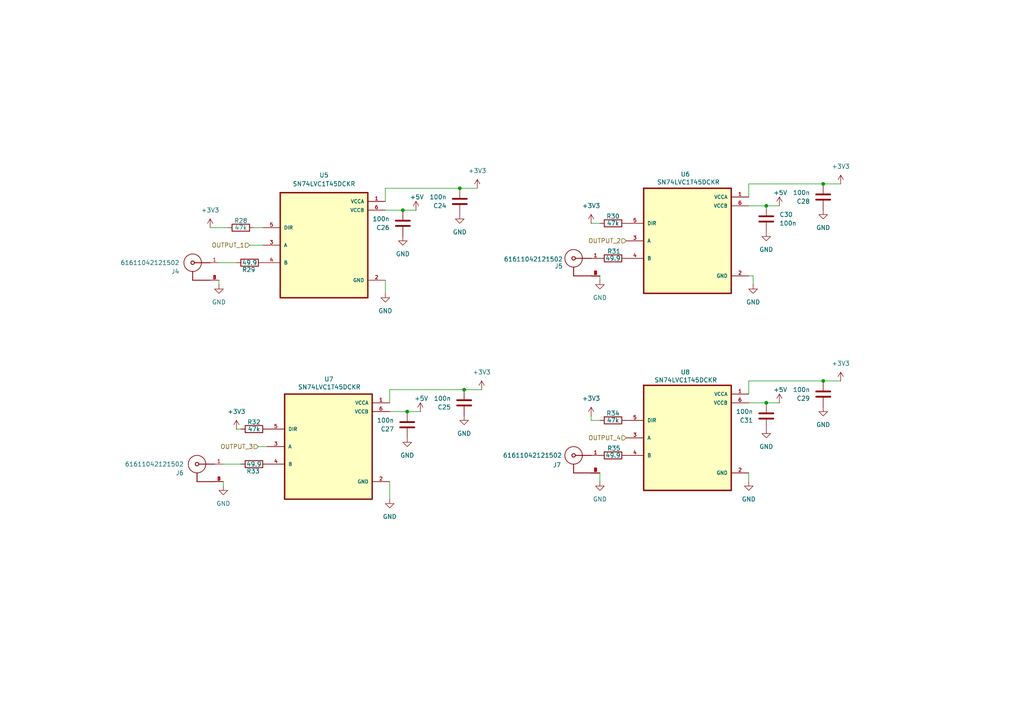
<source format=kicad_sch>
(kicad_sch (version 20250114) (generator "eeschema") (generator_version "9.0")
  (paper "A4")
  (title_block (title "OpenSync Output Ports 1 to 4") (date "2025-12-02") (rev "0.2") (company "OpenPIV Consortium"))
  (lib_symbols
    (symbol "61611042121502:61611042121502" (pin_names (offset 1.016))
      (property "Reference" "J" (at 0 3.54 0))
      (property "Value" "61611042121502" (at -5.08 -8.08 0))
      (symbol "61611042121502_0_0"
        (circle (center 0 0) (radius 0.5) (stroke (width 0.254)))
        (circle (center 0 0) (radius 2.54) (stroke (width 0.2)))
        (polyline (pts (xy 0 -2.54) (xy 0 -5.08)) (stroke (width 0.254)))
        (polyline (pts (xy 0 -5.08) (xy 5.08 -5.08)) (stroke (width 0.254)))
        (polyline (pts (xy 5.08 0) (xy 0.54 0)) (stroke (width 0.254)))
        (pin passive line (at 7.62 0 180) (length 2.54) (name "~") (number "1"))
        (pin passive line (at 7.62 -5.08 180) (length 2.54) (name "~") (number "2"))
        (pin passive line (at 7.62 -5.08 180) (length 2.54) (name "~") (number "3"))
        (pin passive line (at 7.62 -5.08 180) (length 2.54) (name "~") (number "4"))
        (pin passive line (at 7.62 -5.08 180) (length 2.54) (name "~") (number "5"))
      )
    )
    (symbol "Device:C" (pin_numbers (hide yes)) (pin_names (offset 0.254))
      (property "Reference" "C" (at 0.635 2.54 0))
      (property "Value" "C" (at 0.635 -2.54 0))
      (symbol "C_0_1"
        (polyline (pts (xy -2.032 0.762) (xy 2.032 0.762)) (stroke (width 0.508)))
        (polyline (pts (xy -2.032 -0.762) (xy 2.032 -0.762)) (stroke (width 0.508)))
      )
      (symbol "C_1_1"
        (pin passive line (at 0 3.81 270) (length 2.794) (name "~") (number "1"))
        (pin passive line (at 0 -3.81 90) (length 2.794) (name "~") (number "2"))
      )
    )
    (symbol "Device:R" (pin_numbers (hide yes)) (pin_names (offset 0))
      (property "Reference" "R" (at 2.032 0 90))
      (property "Value" "R" (at 0 0 90))
      (symbol "R_0_1"
        (rectangle (start -1.016 -2.54) (end 1.016 2.54) (stroke (width 0.254)))
      )
      (symbol "R_1_1"
        (pin passive line (at 0 3.81 270) (length 1.27) (name "~") (number "1"))
        (pin passive line (at 0 -3.81 90) (length 1.27) (name "~") (number "2"))
      )
    )
    (symbol "SN74LVC1T45DCKR:SN74LVC1T45DCKR" (pin_names (offset 1.016))
      (property "Reference" "U" (at -12.7 16.24 0))
      (property "Value" "SN74LVC1T45DCKR" (at -12.7 -19.24 0))
      (symbol "SN74LVC1T45DCKR_0_0"
        (rectangle (start -12.7 -15.24) (end 12.7 15.24) (stroke (width 0.41)) (fill (type background)))
        (pin input line (at -17.78 5.08 0) (length 5.08) (name "DIR") (number "5"))
        (pin bidirectional line (at -17.78 0 0) (length 5.08) (name "A") (number "3"))
        (pin bidirectional line (at -17.78 -5.08 0) (length 5.08) (name "B") (number "4"))
        (pin power_in line (at 17.78 12.7 180) (length 5.08) (name "VCCA") (number "1"))
        (pin power_in line (at 17.78 10.16 180) (length 5.08) (name "VCCB") (number "6"))
        (pin power_in line (at 17.78 -10.16 180) (length 5.08) (name "GND") (number "2"))
      )
    )
    (symbol "power:+3V3" (power) (pin_numbers (hide yes)) (pin_names (offset 0) (hide yes))
      (property "Value" "+3V3" (at 0 3.556 0))
      (symbol "+3V3_0_1"
        (polyline (pts (xy -0.762 1.27) (xy 0 2.54)))
        (polyline (pts (xy 0 2.54) (xy 0.762 1.27)))
        (polyline (pts (xy 0 0) (xy 0 2.54)))
      )
      (symbol "+3V3_1_1"
        (pin power_in line (at 0 0 90) (length 0) (name "~") (number "1"))
      )
    )
    (symbol "power:+5V" (power) (pin_numbers (hide yes)) (pin_names (offset 0) (hide yes))
      (property "Value" "+5V" (at 0 3.556 0))
      (symbol "+5V_0_1"
        (polyline (pts (xy -0.762 1.27) (xy 0 2.54)))
        (polyline (pts (xy 0 2.54) (xy 0.762 1.27)))
        (polyline (pts (xy 0 0) (xy 0 2.54)))
      )
      (symbol "+5V_1_1"
        (pin power_in line (at 0 0 90) (length 0) (name "~") (number "1"))
      )
    )
    (symbol "power:GND" (power) (pin_numbers (hide yes)) (pin_names (offset 0) (hide yes))
      (property "Value" "GND" (at 0 -3.81 0))
      (symbol "GND_0_1"
        (polyline (pts (xy 0 0) (xy 0 -1.27) (xy 1.27 -1.27) (xy 0 -2.54) (xy -1.27 -1.27) (xy 0 -1.27)))
      )
      (symbol "GND_1_1"
        (pin power_in line (at 0 0 270) (length 0) (name "~") (number "1"))
      )
    )
  )
  (junction (at 134.62 113.03))
  (junction (at 118.11 119.38))
  (junction (at 133.35 54.61))
  (junction (at 116.84 60.96))
  (junction (at 238.76 110.49))
  (junction (at 222.25 59.69))
  (junction (at 222.25 116.84))
  (junction (at 238.76 53.34))
  (wire (pts (xy 173.99 139.7) (xy 173.99 137.16)))
  (wire (pts (xy 173.99 80.01) (xy 173.99 81.28)))
  (wire (pts (xy 73.66 66.04) (xy 76.2 66.04)))
  (wire (pts (xy 113.03 139.7) (xy 113.03 144.78)))
  (wire (pts (xy 113.03 113.03) (xy 134.62 113.03)))
  (wire (pts (xy 218.44 80.01) (xy 217.17 80.01)))
  (wire (pts (xy 111.76 54.61) (xy 133.35 54.61)))
  (wire (pts (xy 133.35 54.61) (xy 138.43 54.61)))
  (wire (pts (xy 116.84 60.96) (xy 120.65 60.96)))
  (wire (pts (xy 238.76 53.34) (xy 243.84 53.34)))
  (wire (pts (xy 68.58 124.46) (xy 69.85 124.46)))
  (wire (pts (xy 217.17 137.16) (xy 217.17 139.7)))
  (wire (pts (xy 217.17 59.69) (xy 222.25 59.69)))
  (wire (pts (xy 217.17 53.34) (xy 238.76 53.34)))
  (wire (pts (xy 113.03 116.84) (xy 113.03 113.03)))
  (wire (pts (xy 217.17 116.84) (xy 222.25 116.84)))
  (wire (pts (xy 238.76 110.49) (xy 243.84 110.49)))
  (wire (pts (xy 64.77 134.62) (xy 69.85 134.62)))
  (wire (pts (xy 171.45 121.92) (xy 171.45 120.65)))
  (wire (pts (xy 77.47 129.54) (xy 74.93 129.54)))
  (wire (pts (xy 171.45 64.77) (xy 173.99 64.77)))
  (wire (pts (xy 111.76 81.28) (xy 111.76 85.09)))
  (wire (pts (xy 222.25 59.69) (xy 226.06 59.69)))
  (wire (pts (xy 173.99 121.92) (xy 171.45 121.92)))
  (wire (pts (xy 111.76 58.42) (xy 111.76 54.61)))
  (wire (pts (xy 134.62 113.03) (xy 139.7 113.03)))
  (wire (pts (xy 118.11 119.38) (xy 121.92 119.38)))
  (wire (pts (xy 60.96 66.04) (xy 66.04 66.04)))
  (wire (pts (xy 217.17 110.49) (xy 238.76 110.49)))
  (wire (pts (xy 218.44 80.01) (xy 218.44 82.55)))
  (wire (pts (xy 217.17 57.15) (xy 217.17 53.34)))
  (wire (pts (xy 111.76 60.96) (xy 116.84 60.96)))
  (wire (pts (xy 113.03 119.38) (xy 118.11 119.38)))
  (wire (pts (xy 63.5 76.2) (xy 68.58 76.2)))
  (wire (pts (xy 217.17 114.3) (xy 217.17 110.49)))
  (wire (pts (xy 63.5 82.55) (xy 63.5 81.28)))
  (wire (pts (xy 72.39 71.12) (xy 76.2 71.12)))
  (wire (pts (xy 64.77 139.7) (xy 64.77 140.97)))
  (wire (pts (xy 222.25 116.84) (xy 226.06 116.84)))
  (hierarchical_label "OUTPUT_1" (shape input) (at 72.39 71.12 180))
  (hierarchical_label "OUTPUT_4" (shape input) (at 181.61 127 180))
  (hierarchical_label "OUTPUT_3" (shape input) (at 74.93 129.54 180))
  (hierarchical_label "OUTPUT_2" (shape input) (at 181.61 69.85 180))
  (symbol (lib_id "Device:R") (at 177.8 132.08 90) (unit 1)
    (property "Reference" "R35" (at 178.054 130.048 90))
    (property "Value" "49.9" (at 177.8 132.08 90))
    (property "Footprint" "Resistor_SMD:R_0402_1005Metric" (effects (hide yes)))
    (property "Description" "Resistor" (effects (hide yes)))
    (property "LCSC" "C1858992" (effects (hide yes)))
  )
  (symbol (lib_id "power:+5V") (at 121.92 119.38 0) (unit 1)
    (property "Reference" "#PWR099" (effects (hide yes)))
    (property "Value" "+5V" (at 120.142 115.57 0) (effects (justify left)))
    (property "Description" "Power symbol creates a global label with name \"+5V\"" (effects (hide yes)))
  )
  (symbol (lib_id "Device:C") (at 238.76 57.15 180) (unit 1)
    (property "Reference" "C28" (at 234.95 58.4201 0) (effects (justify left)))
    (property "Value" "100n" (at 234.95 55.8801 0) (effects (justify left)))
    (property "Footprint" "RP2350_80QFN_minimal:C_0402_1005Metric_small_pads" (effects (hide yes)))
    (property "Description" "Unpolarized capacitor" (effects (hide yes)))
    (property "LCSC" "C60474" (effects (hide yes)))
  )
  (symbol (lib_id "Device:C") (at 238.76 114.3 180) (unit 1)
    (property "Reference" "C29" (at 234.95 115.5701 0) (effects (justify left)))
    (property "Value" "100n" (at 234.95 113.0301 0) (effects (justify left)))
    (property "Footprint" "RP2350_80QFN_minimal:C_0402_1005Metric_small_pads" (effects (hide yes)))
    (property "Description" "Unpolarized capacitor" (effects (hide yes)))
    (property "LCSC" "C60474" (effects (hide yes)))
  )
  (symbol (lib_id "power:GND") (at 133.35 62.23 0) (unit 1)
    (property "Reference" "#PWR088" (effects (hide yes)))
    (property "Value" "GND" (at 133.35 67.31 0))
    (property "Description" "Power symbol creates a global label with name \"GND\" , ground" (effects (hide yes)))
  )
  (symbol (lib_id "61611042121502:61611042121502") (at 55.88 76.2 0) (unit 1)
    (property "Reference" "J4" (at 52.07 78.7536 0) (effects (justify right)))
    (property "Value" "61611042121502" (at 52.07 76.2136 0) (effects (justify right)))
    (property "Footprint" "61611042121502:61611042121502" (effects (hide yes)))
  )
  (symbol (lib_id "power:GND") (at 63.5 82.55 0) (unit 1)
    (property "Reference" "#PWR0100" (effects (hide yes)))
    (property "Value" "GND" (at 63.5 87.63 0))
    (property "Description" "Power symbol creates a global label with name \"GND\" , ground" (effects (hide yes)))
  )
  (symbol (lib_id "power:GND") (at 134.62 120.65 0) (unit 1)
    (property "Reference" "#PWR094" (effects (hide yes)))
    (property "Value" "GND" (at 134.62 125.73 0))
    (property "Description" "Power symbol creates a global label with name \"GND\" , ground" (effects (hide yes)))
  )
  (symbol (lib_id "SN74LVC1T45DCKR:SN74LVC1T45DCKR") (at 93.98 71.12 0) (unit 1)
    (property "Reference" "U5" (at 93.98 50.8 0))
    (property "Value" "SN74LVC1T45DCKR" (at 93.98 53.34 0))
    (property "Footprint" "SN74LVC1T45DCKR:SOT65P210X110-6N" (effects (hide yes)))
    (property "LCSC" "C9382" (effects (hide yes)))
  )
  (symbol (lib_id "power:+3V3") (at 139.7 113.03 0) (unit 1)
    (property "Reference" "#PWR095" (effects (hide yes)))
    (property "Value" "+3V3" (at 139.7 107.95 0))
    (property "Description" "Power symbol creates a global label with name \"+3V3\"" (effects (hide yes)))
  )
  (symbol (lib_id "Device:C") (at 133.35 58.42 180) (unit 1)
    (property "Reference" "C24" (at 129.54 59.6901 0) (effects (justify left)))
    (property "Value" "100n" (at 129.54 57.1501 0) (effects (justify left)))
    (property "Footprint" "RP2350_80QFN_minimal:C_0402_1005Metric_small_pads" (effects (hide yes)))
    (property "Description" "Unpolarized capacitor" (effects (hide yes)))
    (property "LCSC" "C60474" (effects (hide yes)))
  )
  (symbol (lib_id "power:+3V3") (at 243.84 110.49 0) (unit 1)
    (property "Reference" "#PWR093" (effects (hide yes)))
    (property "Value" "+3V3" (at 243.84 105.41 0))
    (property "Description" "Power symbol creates a global label with name \"+3V3\"" (effects (hide yes)))
  )
  (symbol (lib_id "power:GND") (at 64.77 140.97 0) (unit 1)
    (property "Reference" "#PWR023" (effects (hide yes)))
    (property "Value" "GND" (at 64.77 146.05 0))
    (property "Description" "Power symbol creates a global label with name \"GND\" , ground" (effects (hide yes)))
  )
  (symbol (lib_id "power:+3V3") (at 60.96 66.04 0) (unit 1)
    (property "Reference" "#PWR090" (effects (hide yes)))
    (property "Value" "+3V3" (at 60.96 60.96 0))
    (property "Description" "Power symbol creates a global label with name \"+3V3\"" (effects (hide yes)))
  )
  (symbol (lib_id "Device:R") (at 73.66 124.46 90) (unit 1)
    (property "Reference" "R32" (at 73.66 122.428 90))
    (property "Value" "47k" (at 73.66 124.46 90))
    (property "Footprint" "Resistor_SMD:R_0402_1005Metric" (effects (hide yes)))
    (property "Description" "Resistor" (effects (hide yes)))
    (property "LCSC" "C176117" (effects (hide yes)))
  )
  (symbol (lib_id "power:GND") (at 222.25 67.31 0) (unit 1)
    (property "Reference" "#PWR073" (effects (hide yes)))
    (property "Value" "GND" (at 222.25 72.39 0))
    (property "Description" "Power symbol creates a global label with name \"GND\" , ground" (effects (hide yes)))
  )
  (symbol (lib_id "power:GND") (at 222.25 124.46 0) (unit 1)
    (property "Reference" "#PWR075" (effects (hide yes)))
    (property "Value" "GND" (at 222.25 129.54 0))
    (property "Description" "Power symbol creates a global label with name \"GND\" , ground" (effects (hide yes)))
  )
  (symbol (lib_id "power:+5V") (at 226.06 116.84 0) (unit 1)
    (property "Reference" "#PWR0102" (effects (hide yes)))
    (property "Value" "+5V" (at 224.282 113.03 0) (effects (justify left)))
    (property "Description" "Power symbol creates a global label with name \"+5V\"" (effects (hide yes)))
  )
  (symbol (lib_id "61611042121502:61611042121502") (at 57.15 134.62 0) (unit 1)
    (property "Reference" "J6" (at 53.34 137.1736 0) (effects (justify right)))
    (property "Value" "61611042121502" (at 53.34 134.6336 0) (effects (justify right)))
    (property "Footprint" "61611042121502:61611042121502" (effects (hide yes)))
  )
  (symbol (lib_id "power:GND") (at 217.17 139.7 0) (unit 1)
    (property "Reference" "#PWR0110" (effects (hide yes)))
    (property "Value" "GND" (at 217.17 144.78 0))
    (property "Description" "Power symbol creates a global label with name \"GND\" , ground" (effects (hide yes)))
  )
  (symbol (lib_id "power:+5V") (at 226.06 59.69 0) (unit 1)
    (property "Reference" "#PWR097" (effects (hide yes)))
    (property "Value" "+5V" (at 224.282 55.88 0) (effects (justify left)))
    (property "Description" "Power symbol creates a global label with name \"+5V\"" (effects (hide yes)))
  )
  (symbol (lib_id "Device:C") (at 116.84 64.77 180) (unit 1)
    (property "Reference" "C26" (at 113.03 66.0401 0) (effects (justify left)))
    (property "Value" "100n" (at 113.03 63.5001 0) (effects (justify left)))
    (property "Footprint" "RP2350_80QFN_minimal:C_0402_1005Metric_small_pads" (effects (hide yes)))
    (property "Description" "Unpolarized capacitor" (effects (hide yes)))
    (property "LCSC" "C60474" (effects (hide yes)))
  )
  (symbol (lib_id "power:GND") (at 116.84 68.58 0) (unit 1)
    (property "Reference" "#PWR072" (effects (hide yes)))
    (property "Value" "GND" (at 116.84 73.66 0))
    (property "Description" "Power symbol creates a global label with name \"GND\" , ground" (effects (hide yes)))
  )
  (symbol (lib_id "power:+3V3") (at 138.43 54.61 0) (unit 1)
    (property "Reference" "#PWR087" (effects (hide yes)))
    (property "Value" "+3V3" (at 138.43 49.53 0))
    (property "Description" "Power symbol creates a global label with name \"+3V3\"" (effects (hide yes)))
  )
  (symbol (lib_id "Device:R") (at 177.8 74.93 90) (unit 1)
    (property "Reference" "R31" (at 178.054 72.898 90))
    (property "Value" "49.9" (at 177.8 74.93 90))
    (property "Footprint" "Resistor_SMD:R_0402_1005Metric" (effects (hide yes)))
    (property "Description" "Resistor" (effects (hide yes)))
    (property "LCSC" "C1858992" (effects (hide yes)))
  )
  (symbol (lib_id "61611042121502:61611042121502") (at 166.37 132.08 0) (unit 1)
    (property "Reference" "J7" (at 161.544 134.874 0))
    (property "Value" "61611042121502" (at 154.432 132.08 0))
    (property "Footprint" "61611042121502:61611042121502" (effects (hide yes)))
  )
  (symbol (lib_id "SN74LVC1T45DCKR:SN74LVC1T45DCKR") (at 199.39 69.85 0) (unit 1)
    (property "Reference" "U6" (at 200.152 50.546 0) (effects (justify right)))
    (property "Value" "SN74LVC1T45DCKR" (at 208.788 52.832 0) (effects (justify right)))
    (property "Footprint" "SN74LVC1T45DCKR:SOT65P210X110-6N" (effects (hide yes)))
    (property "LCSC" "C9382" (effects (hide yes)))
  )
  (symbol (lib_id "power:+3V3") (at 68.58 124.46 0) (unit 1)
    (property "Reference" "#PWR071" (effects (hide yes)))
    (property "Value" "+3V3" (at 68.58 119.38 0))
    (property "Description" "Power symbol creates a global label with name \"+3V3\"" (effects (hide yes)))
  )
  (symbol (lib_id "power:GND") (at 238.76 118.11 0) (unit 1)
    (property "Reference" "#PWR092" (effects (hide yes)))
    (property "Value" "GND" (at 238.76 123.19 0))
    (property "Description" "Power symbol creates a global label with name \"GND\" , ground" (effects (hide yes)))
  )
  (symbol (lib_id "power:GND") (at 173.99 139.7 0) (unit 1)
    (property "Reference" "#PWR025" (effects (hide yes)))
    (property "Value" "GND" (at 173.99 144.78 0))
    (property "Description" "Power symbol creates a global label with name \"GND\" , ground" (effects (hide yes)))
  )
  (symbol (lib_id "SN74LVC1T45DCKR:SN74LVC1T45DCKR") (at 199.39 127 0) (unit 1)
    (property "Reference" "U8" (at 200.152 107.95 0) (effects (justify right)))
    (property "Value" "SN74LVC1T45DCKR" (at 208.026 110.236 0) (effects (justify right)))
    (property "Footprint" "SN74LVC1T45DCKR:SOT65P210X110-6N" (effects (hide yes)))
    (property "LCSC" "C9382" (effects (hide yes)))
  )
  (symbol (lib_id "power:GND") (at 238.76 60.96 0) (unit 1)
    (property "Reference" "#PWR089" (effects (hide yes)))
    (property "Value" "GND" (at 238.76 66.04 0))
    (property "Description" "Power symbol creates a global label with name \"GND\" , ground" (effects (hide yes)))
  )
  (symbol (lib_id "power:GND") (at 111.76 85.09 0) (unit 1)
    (property "Reference" "#PWR098" (effects (hide yes)))
    (property "Value" "GND" (at 111.76 90.17 0))
    (property "Description" "Power symbol creates a global label with name \"GND\" , ground" (effects (hide yes)))
  )
  (symbol (lib_id "power:+3V3") (at 171.45 120.65 0) (unit 1)
    (property "Reference" "#PWR0104" (effects (hide yes)))
    (property "Value" "+3V3" (at 171.45 115.57 0))
    (property "Description" "Power symbol creates a global label with name \"+3V3\"" (effects (hide yes)))
  )
  (symbol (lib_id "power:+3V3") (at 171.45 64.77 0) (unit 1)
    (property "Reference" "#PWR0103" (effects (hide yes)))
    (property "Value" "+3V3" (at 171.45 59.69 0))
    (property "Description" "Power symbol creates a global label with name \"+3V3\"" (effects (hide yes)))
  )
  (symbol (lib_id "Device:R") (at 177.8 121.92 90) (unit 1)
    (property "Reference" "R34" (at 177.8 119.888 90))
    (property "Value" "47k" (at 177.8 121.92 90))
    (property "Footprint" "Resistor_SMD:R_0402_1005Metric" (effects (hide yes)))
    (property "Description" "Resistor" (effects (hide yes)))
    (property "LCSC" "C176117" (effects (hide yes)))
  )
  (symbol (lib_id "Device:C") (at 222.25 63.5 0) (unit 1)
    (property "Reference" "C30" (at 226.06 62.2299 0) (effects (justify left)))
    (property "Value" "100n" (at 226.06 64.7699 0) (effects (justify left)))
    (property "Footprint" "RP2350_80QFN_minimal:C_0402_1005Metric_small_pads" (effects (hide yes)))
    (property "Description" "Unpolarized capacitor" (effects (hide yes)))
    (property "LCSC" "C60474" (effects (hide yes)))
  )
  (symbol (lib_id "power:+5V") (at 120.65 60.96 0) (unit 1)
    (property "Reference" "#PWR096" (effects (hide yes)))
    (property "Value" "+5V" (at 118.872 57.15 0) (effects (justify left)))
    (property "Description" "Power symbol creates a global label with name \"+5V\"" (effects (hide yes)))
  )
  (symbol (lib_id "Device:C") (at 222.25 120.65 180) (unit 1)
    (property "Reference" "C31" (at 218.44 121.9201 0) (effects (justify left)))
    (property "Value" "100n" (at 218.44 119.3801 0) (effects (justify left)))
    (property "Footprint" "RP2350_80QFN_minimal:C_0402_1005Metric_small_pads" (effects (hide yes)))
    (property "Description" "Unpolarized capacitor" (effects (hide yes)))
    (property "LCSC" "C60474" (effects (hide yes)))
  )
  (symbol (lib_id "Device:C") (at 118.11 123.19 180) (unit 1)
    (property "Reference" "C27" (at 114.3 124.4601 0) (effects (justify left)))
    (property "Value" "100n" (at 114.3 121.9201 0) (effects (justify left)))
    (property "Footprint" "RP2350_80QFN_minimal:C_0402_1005Metric_small_pads" (effects (hide yes)))
    (property "Description" "Unpolarized capacitor" (effects (hide yes)))
    (property "LCSC" "C60474" (effects (hide yes)))
  )
  (symbol (lib_id "Device:R") (at 72.39 76.2 270) (unit 1)
    (property "Reference" "R29" (at 72.136 78.232 90))
    (property "Value" "49.9" (at 72.39 76.2 90))
    (property "Footprint" "Resistor_SMD:R_0402_1005Metric" (effects (hide yes)))
    (property "Description" "Resistor" (effects (hide yes)))
    (property "LCSC" "C1858992" (effects (hide yes)))
  )
  (symbol (lib_id "Device:C") (at 134.62 116.84 180) (unit 1)
    (property "Reference" "C25" (at 130.81 118.1101 0) (effects (justify left)))
    (property "Value" "100n" (at 130.81 115.5701 0) (effects (justify left)))
    (property "Footprint" "RP2350_80QFN_minimal:C_0402_1005Metric_small_pads" (effects (hide yes)))
    (property "Description" "Unpolarized capacitor" (effects (hide yes)))
    (property "LCSC" "C60474" (effects (hide yes)))
  )
  (symbol (lib_id "61611042121502:61611042121502") (at 166.37 74.93 0) (unit 1)
    (property "Reference" "J5" (at 162.052 77.216 0))
    (property "Value" "61611042121502" (at 154.686 75.184 0))
    (property "Footprint" "61611042121502:61611042121502" (effects (hide yes)))
  )
  (symbol (lib_id "power:GND") (at 218.44 82.55 0) (unit 1)
    (property "Reference" "#PWR0109" (effects (hide yes)))
    (property "Value" "GND" (at 218.44 87.63 0))
    (property "Description" "Power symbol creates a global label with name \"GND\" , ground" (effects (hide yes)))
  )
  (symbol (lib_id "Device:R") (at 69.85 66.04 90) (unit 1)
    (property "Reference" "R28" (at 69.85 64.008 90))
    (property "Value" "47k" (at 69.85 66.04 90))
    (property "Footprint" "Resistor_SMD:R_0402_1005Metric" (effects (hide yes)))
    (property "Description" "Resistor" (effects (hide yes)))
    (property "LCSC" "C176117" (effects (hide yes)))
  )
  (symbol (lib_id "Device:R") (at 73.66 134.62 270) (unit 1)
    (property "Reference" "R33" (at 73.406 136.652 90))
    (property "Value" "49.9" (at 73.66 134.62 90))
    (property "Footprint" "Resistor_SMD:R_0402_1005Metric" (effects (hide yes)))
    (property "Description" "Resistor" (effects (hide yes)))
    (property "LCSC" "C1858992" (effects (hide yes)))
  )
  (symbol (lib_id "Device:R") (at 177.8 64.77 90) (unit 1)
    (property "Reference" "R30" (at 177.8 62.738 90))
    (property "Value" "47k" (at 177.8 64.77 90))
    (property "Footprint" "Resistor_SMD:R_0402_1005Metric" (effects (hide yes)))
    (property "Description" "Resistor" (effects (hide yes)))
    (property "LCSC" "C176117" (effects (hide yes)))
  )
  (symbol (lib_id "power:GND") (at 118.11 127 0) (unit 1)
    (property "Reference" "#PWR074" (effects (hide yes)))
    (property "Value" "GND" (at 118.11 132.08 0))
    (property "Description" "Power symbol creates a global label with name \"GND\" , ground" (effects (hide yes)))
  )
  (symbol (lib_id "SN74LVC1T45DCKR:SN74LVC1T45DCKR") (at 95.25 129.54 0) (unit 1)
    (property "Reference" "U7" (at 96.774 109.982 0) (effects (justify right)))
    (property "Value" "SN74LVC1T45DCKR" (at 104.648 112.268 0) (effects (justify right)))
    (property "Footprint" "SN74LVC1T45DCKR:SOT65P210X110-6N" (effects (hide yes)))
    (property "LCSC" "C9382" (effects (hide yes)))
  )
  (symbol (lib_id "power:+3V3") (at 243.84 53.34 0) (unit 1)
    (property "Reference" "#PWR091" (effects (hide yes)))
    (property "Value" "+3V3" (at 243.84 48.26 0))
    (property "Description" "Power symbol creates a global label with name \"+3V3\"" (effects (hide yes)))
  )
  (symbol (lib_id "power:GND") (at 173.99 81.28 0) (unit 1)
    (property "Reference" "#PWR024" (effects (hide yes)))
    (property "Value" "GND" (at 173.99 86.36 0))
    (property "Description" "Power symbol creates a global label with name \"GND\" , ground" (effects (hide yes)))
  )
  (symbol (lib_id "power:GND") (at 113.03 144.78 0) (unit 1)
    (property "Reference" "#PWR0101" (effects (hide yes)))
    (property "Value" "GND" (at 113.03 149.86 0))
    (property "Description" "Power symbol creates a global label with name \"GND\" , ground" (effects (hide yes)))
  )
)
</source>
